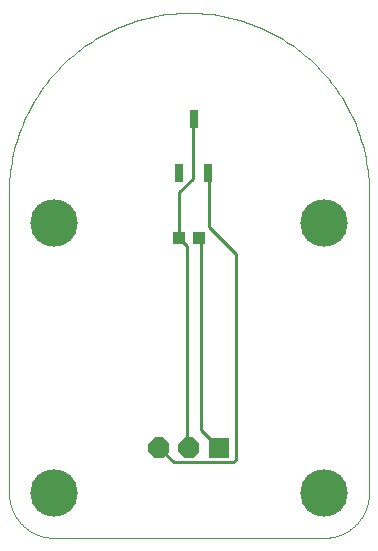
<source format=gtl>
G75*
%MOIN*%
%OFA0B0*%
%FSLAX25Y25*%
%IPPOS*%
%LPD*%
%AMOC8*
5,1,8,0,0,1.08239X$1,22.5*
%
%ADD10R,0.04331X0.03937*%
%ADD11R,0.02500X0.05906*%
%ADD12C,0.15811*%
%ADD13C,0.00000*%
%ADD14OC8,0.07000*%
%ADD15R,0.07000X0.07000*%
%ADD16C,0.01000*%
D10*
X0060654Y0101500D03*
X0067346Y0101500D03*
D11*
X0070437Y0123094D03*
X0060594Y0123094D03*
X0065713Y0141205D03*
D12*
X0109000Y0106500D03*
X0109000Y0016500D03*
X0019000Y0016500D03*
X0019000Y0106500D03*
D13*
X0004000Y0116500D02*
X0004000Y0016500D01*
X0004004Y0016138D01*
X0004018Y0015775D01*
X0004039Y0015413D01*
X0004070Y0015052D01*
X0004109Y0014692D01*
X0004157Y0014333D01*
X0004214Y0013975D01*
X0004279Y0013618D01*
X0004353Y0013263D01*
X0004436Y0012910D01*
X0004527Y0012559D01*
X0004626Y0012211D01*
X0004734Y0011865D01*
X0004850Y0011521D01*
X0004975Y0011181D01*
X0005107Y0010844D01*
X0005248Y0010510D01*
X0005397Y0010179D01*
X0005554Y0009852D01*
X0005718Y0009529D01*
X0005890Y0009210D01*
X0006070Y0008896D01*
X0006258Y0008585D01*
X0006453Y0008280D01*
X0006655Y0007979D01*
X0006865Y0007683D01*
X0007081Y0007393D01*
X0007305Y0007107D01*
X0007535Y0006827D01*
X0007772Y0006553D01*
X0008016Y0006285D01*
X0008266Y0006022D01*
X0008522Y0005766D01*
X0008785Y0005516D01*
X0009053Y0005272D01*
X0009327Y0005035D01*
X0009607Y0004805D01*
X0009893Y0004581D01*
X0010183Y0004365D01*
X0010479Y0004155D01*
X0010780Y0003953D01*
X0011085Y0003758D01*
X0011396Y0003570D01*
X0011710Y0003390D01*
X0012029Y0003218D01*
X0012352Y0003054D01*
X0012679Y0002897D01*
X0013010Y0002748D01*
X0013344Y0002607D01*
X0013681Y0002475D01*
X0014021Y0002350D01*
X0014365Y0002234D01*
X0014711Y0002126D01*
X0015059Y0002027D01*
X0015410Y0001936D01*
X0015763Y0001853D01*
X0016118Y0001779D01*
X0016475Y0001714D01*
X0016833Y0001657D01*
X0017192Y0001609D01*
X0017552Y0001570D01*
X0017913Y0001539D01*
X0018275Y0001518D01*
X0018638Y0001504D01*
X0019000Y0001500D01*
X0109000Y0001500D01*
X0109362Y0001504D01*
X0109725Y0001518D01*
X0110087Y0001539D01*
X0110448Y0001570D01*
X0110808Y0001609D01*
X0111167Y0001657D01*
X0111525Y0001714D01*
X0111882Y0001779D01*
X0112237Y0001853D01*
X0112590Y0001936D01*
X0112941Y0002027D01*
X0113289Y0002126D01*
X0113635Y0002234D01*
X0113979Y0002350D01*
X0114319Y0002475D01*
X0114656Y0002607D01*
X0114990Y0002748D01*
X0115321Y0002897D01*
X0115648Y0003054D01*
X0115971Y0003218D01*
X0116290Y0003390D01*
X0116604Y0003570D01*
X0116915Y0003758D01*
X0117220Y0003953D01*
X0117521Y0004155D01*
X0117817Y0004365D01*
X0118107Y0004581D01*
X0118393Y0004805D01*
X0118673Y0005035D01*
X0118947Y0005272D01*
X0119215Y0005516D01*
X0119478Y0005766D01*
X0119734Y0006022D01*
X0119984Y0006285D01*
X0120228Y0006553D01*
X0120465Y0006827D01*
X0120695Y0007107D01*
X0120919Y0007393D01*
X0121135Y0007683D01*
X0121345Y0007979D01*
X0121547Y0008280D01*
X0121742Y0008585D01*
X0121930Y0008896D01*
X0122110Y0009210D01*
X0122282Y0009529D01*
X0122446Y0009852D01*
X0122603Y0010179D01*
X0122752Y0010510D01*
X0122893Y0010844D01*
X0123025Y0011181D01*
X0123150Y0011521D01*
X0123266Y0011865D01*
X0123374Y0012211D01*
X0123473Y0012559D01*
X0123564Y0012910D01*
X0123647Y0013263D01*
X0123721Y0013618D01*
X0123786Y0013975D01*
X0123843Y0014333D01*
X0123891Y0014692D01*
X0123930Y0015052D01*
X0123961Y0015413D01*
X0123982Y0015775D01*
X0123996Y0016138D01*
X0124000Y0016500D01*
X0124000Y0116500D01*
X0123982Y0117961D01*
X0123929Y0119421D01*
X0123840Y0120880D01*
X0123716Y0122336D01*
X0123556Y0123788D01*
X0123361Y0125236D01*
X0123130Y0126679D01*
X0122865Y0128116D01*
X0122565Y0129546D01*
X0122230Y0130968D01*
X0121860Y0132382D01*
X0121456Y0133786D01*
X0121018Y0135180D01*
X0120546Y0136563D01*
X0120041Y0137934D01*
X0119502Y0139292D01*
X0118931Y0140637D01*
X0118327Y0141967D01*
X0117691Y0143283D01*
X0117023Y0144582D01*
X0116323Y0145865D01*
X0115592Y0147130D01*
X0114831Y0148378D01*
X0114040Y0149606D01*
X0113219Y0150815D01*
X0112369Y0152003D01*
X0111490Y0153170D01*
X0110583Y0154316D01*
X0109648Y0155439D01*
X0108686Y0156539D01*
X0107698Y0157615D01*
X0106684Y0158667D01*
X0105644Y0159694D01*
X0104580Y0160695D01*
X0103492Y0161671D01*
X0102380Y0162619D01*
X0101246Y0163540D01*
X0100089Y0164433D01*
X0098912Y0165297D01*
X0097713Y0166133D01*
X0096494Y0166939D01*
X0095256Y0167716D01*
X0094000Y0168462D01*
X0092726Y0169177D01*
X0091435Y0169861D01*
X0090127Y0170513D01*
X0088804Y0171133D01*
X0087466Y0171721D01*
X0086115Y0172276D01*
X0084750Y0172798D01*
X0083373Y0173286D01*
X0081984Y0173741D01*
X0080585Y0174162D01*
X0079176Y0174549D01*
X0077758Y0174901D01*
X0076332Y0175219D01*
X0074898Y0175502D01*
X0073458Y0175750D01*
X0072013Y0175963D01*
X0070562Y0176140D01*
X0069108Y0176282D01*
X0067651Y0176389D01*
X0066191Y0176460D01*
X0064731Y0176496D01*
X0063269Y0176496D01*
X0061809Y0176460D01*
X0060349Y0176389D01*
X0058892Y0176282D01*
X0057438Y0176140D01*
X0055987Y0175963D01*
X0054542Y0175750D01*
X0053102Y0175502D01*
X0051668Y0175219D01*
X0050242Y0174901D01*
X0048824Y0174549D01*
X0047415Y0174162D01*
X0046016Y0173741D01*
X0044627Y0173286D01*
X0043250Y0172798D01*
X0041885Y0172276D01*
X0040534Y0171721D01*
X0039196Y0171133D01*
X0037873Y0170513D01*
X0036565Y0169861D01*
X0035274Y0169177D01*
X0034000Y0168462D01*
X0032744Y0167716D01*
X0031506Y0166939D01*
X0030287Y0166133D01*
X0029088Y0165297D01*
X0027911Y0164433D01*
X0026754Y0163540D01*
X0025620Y0162619D01*
X0024508Y0161671D01*
X0023420Y0160695D01*
X0022356Y0159694D01*
X0021316Y0158667D01*
X0020302Y0157615D01*
X0019314Y0156539D01*
X0018352Y0155439D01*
X0017417Y0154316D01*
X0016510Y0153170D01*
X0015631Y0152003D01*
X0014781Y0150815D01*
X0013960Y0149606D01*
X0013169Y0148378D01*
X0012408Y0147130D01*
X0011677Y0145865D01*
X0010977Y0144582D01*
X0010309Y0143283D01*
X0009673Y0141967D01*
X0009069Y0140637D01*
X0008498Y0139292D01*
X0007959Y0137934D01*
X0007454Y0136563D01*
X0006982Y0135180D01*
X0006544Y0133786D01*
X0006140Y0132382D01*
X0005770Y0130968D01*
X0005435Y0129546D01*
X0005135Y0128116D01*
X0004870Y0126679D01*
X0004639Y0125236D01*
X0004444Y0123788D01*
X0004284Y0122336D01*
X0004160Y0120880D01*
X0004071Y0119421D01*
X0004018Y0117961D01*
X0004000Y0116500D01*
D14*
X0054000Y0031500D03*
X0064000Y0031500D03*
D15*
X0074000Y0031500D03*
D16*
X0073300Y0032100D01*
X0067900Y0037500D01*
X0067900Y0101400D01*
X0067346Y0101500D01*
X0070600Y0105000D02*
X0079600Y0096000D01*
X0079600Y0027600D01*
X0078700Y0026700D01*
X0058900Y0026700D01*
X0054400Y0031200D01*
X0054000Y0031500D01*
X0063400Y0032100D02*
X0064000Y0031500D01*
X0063400Y0032100D02*
X0063400Y0098700D01*
X0060700Y0101400D01*
X0060654Y0101500D01*
X0060700Y0102300D01*
X0060700Y0116700D01*
X0065200Y0121200D01*
X0065200Y0141000D01*
X0065713Y0141205D01*
X0070437Y0123094D02*
X0070600Y0123000D01*
X0070600Y0105000D01*
M02*

</source>
